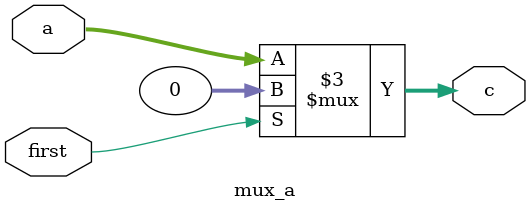
<source format=v>
module mux_a (
input first,
input [31:0] a,
output reg [31:0] c
);

	
always @ (*) begin
	
	if(first) begin
		c<=32'b0;
	end
	else begin
		c<=a;
	end

end

endmodule 
</source>
